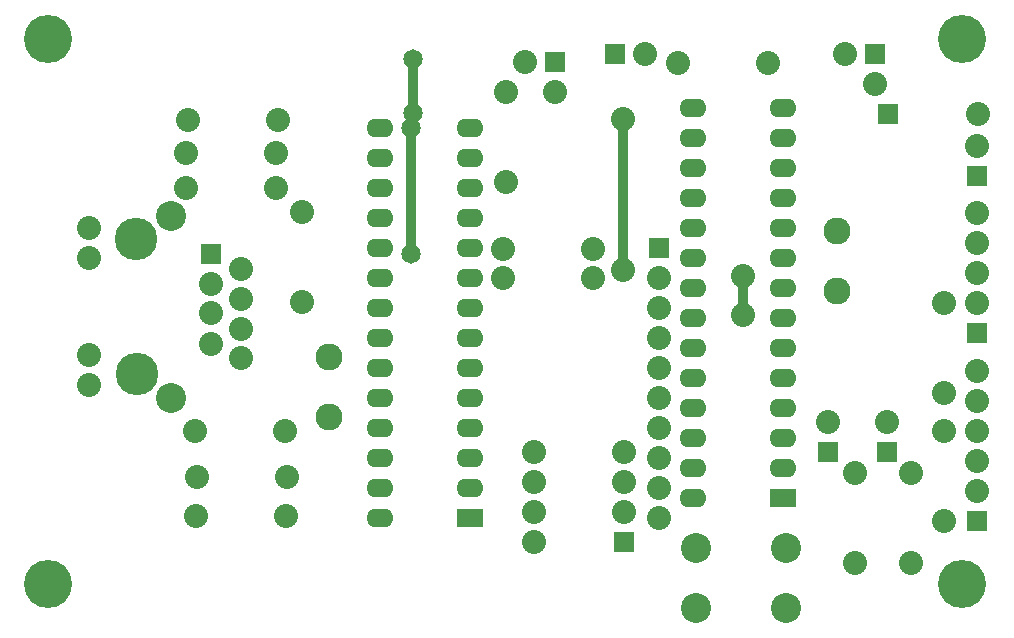
<source format=gtl>
G04 (created by PCBNEW-RS274X (2011-12-21 BZR 3253)-stable) date Saturday, February 11, 2012 02:53:21 PM*
G01*
G70*
G90*
%MOIN*%
G04 Gerber Fmt 3.4, Leading zero omitted, Abs format*
%FSLAX34Y34*%
G04 APERTURE LIST*
%ADD10C,0.006000*%
%ADD11R,0.070000X0.070000*%
%ADD12C,0.080000*%
%ADD13O,0.090000X0.062000*%
%ADD14R,0.090000X0.062000*%
%ADD15C,0.090000*%
%ADD16C,0.160000*%
%ADD17C,0.100000*%
%ADD18C,0.141700*%
%ADD19C,0.065000*%
%ADD20C,0.034000*%
G04 APERTURE END LIST*
G54D10*
G54D11*
X70000Y-31900D03*
G54D12*
X73000Y-31900D03*
G54D13*
X66500Y-43700D03*
X66500Y-42700D03*
X66500Y-41700D03*
X66500Y-40700D03*
X66500Y-39700D03*
X66500Y-38700D03*
X66500Y-37700D03*
X66500Y-36700D03*
X66500Y-35700D03*
X66500Y-34700D03*
X66500Y-33700D03*
X66500Y-32700D03*
X66500Y-31700D03*
G54D14*
X66500Y-44700D03*
G54D13*
X63500Y-31700D03*
X63500Y-32700D03*
X63500Y-33700D03*
X63500Y-34700D03*
X63500Y-35700D03*
X63500Y-36700D03*
X63500Y-37700D03*
X63500Y-38700D03*
X63500Y-39700D03*
X63500Y-40700D03*
X63500Y-41700D03*
X63500Y-42700D03*
X63500Y-43700D03*
X63500Y-44700D03*
X56050Y-44350D03*
X56050Y-43350D03*
X56050Y-42350D03*
X56050Y-41350D03*
X56050Y-40350D03*
X56050Y-39350D03*
X56050Y-38350D03*
X56050Y-37350D03*
X56050Y-36350D03*
X56050Y-35350D03*
X56050Y-34350D03*
X56050Y-33350D03*
X56050Y-32350D03*
G54D14*
X56050Y-45350D03*
G54D13*
X53050Y-32350D03*
X53050Y-33350D03*
X53050Y-34350D03*
X53050Y-35350D03*
X53050Y-36350D03*
X53050Y-37350D03*
X53050Y-38350D03*
X53050Y-39350D03*
X53050Y-40350D03*
X53050Y-41350D03*
X53050Y-42350D03*
X53050Y-43350D03*
X53050Y-44350D03*
X53050Y-45350D03*
G54D15*
X68300Y-37800D03*
X68300Y-35800D03*
X51350Y-42000D03*
X51350Y-40000D03*
G54D12*
X69950Y-42150D03*
G54D11*
X69950Y-43150D03*
G54D12*
X68000Y-42150D03*
G54D11*
X68000Y-43150D03*
G54D12*
X61900Y-29900D03*
G54D11*
X60900Y-29900D03*
G54D12*
X58900Y-31150D03*
G54D11*
X58900Y-30150D03*
G54D12*
X57900Y-30150D03*
X69550Y-30900D03*
G54D11*
X69550Y-29900D03*
G54D12*
X68550Y-29900D03*
X71850Y-41200D03*
X71850Y-38200D03*
X57250Y-31150D03*
X57250Y-34150D03*
X68900Y-46850D03*
X68900Y-43850D03*
X46925Y-45275D03*
X49925Y-45275D03*
X50450Y-38150D03*
X50450Y-35150D03*
X70750Y-46850D03*
X70750Y-43850D03*
X46600Y-33200D03*
X49600Y-33200D03*
X46600Y-34350D03*
X49600Y-34350D03*
X66000Y-30200D03*
X63000Y-30200D03*
X60150Y-36400D03*
X57150Y-36400D03*
X60150Y-37350D03*
X57150Y-37350D03*
X71850Y-42450D03*
X71850Y-45450D03*
X49900Y-42450D03*
X46900Y-42450D03*
X46950Y-44000D03*
X49950Y-44000D03*
X46650Y-32100D03*
X49650Y-32100D03*
G54D11*
X62350Y-36350D03*
G54D12*
X62350Y-37350D03*
X62350Y-38350D03*
X62350Y-39350D03*
X62350Y-40350D03*
X62350Y-41350D03*
X62350Y-42350D03*
X62350Y-43350D03*
X62350Y-44350D03*
X62350Y-45350D03*
G54D11*
X72950Y-33950D03*
G54D12*
X72950Y-32950D03*
G54D11*
X72950Y-39200D03*
G54D12*
X72950Y-38200D03*
X72950Y-37200D03*
X72950Y-36200D03*
X72950Y-35200D03*
G54D11*
X72950Y-45450D03*
G54D12*
X72950Y-44450D03*
X72950Y-43450D03*
X72950Y-42450D03*
X72950Y-41450D03*
X72950Y-40450D03*
G54D11*
X61200Y-46150D03*
G54D12*
X61200Y-45150D03*
X61200Y-44150D03*
X61200Y-43150D03*
X58200Y-43150D03*
X58200Y-44150D03*
X58200Y-45150D03*
X58200Y-46150D03*
G54D16*
X72450Y-29400D03*
X72450Y-47550D03*
X42000Y-47550D03*
X42000Y-29400D03*
G54D17*
X63600Y-48350D03*
X63600Y-46350D03*
X66600Y-48350D03*
X66600Y-46350D03*
G54D18*
X44948Y-40544D03*
X44929Y-36056D03*
G54D11*
X47429Y-36568D03*
G54D12*
X48433Y-37040D03*
X47429Y-37552D03*
X48433Y-38064D03*
X47429Y-38536D03*
X48433Y-39048D03*
X47429Y-39560D03*
X48433Y-40032D03*
X43354Y-35682D03*
X43354Y-36686D03*
X43354Y-39914D03*
X43354Y-40918D03*
G54D17*
X46110Y-35288D03*
X46110Y-41351D03*
G54D19*
X54150Y-31850D03*
X54100Y-32350D03*
X54100Y-36550D03*
X54150Y-30050D03*
G54D12*
X65150Y-37300D03*
X65150Y-38600D03*
X61150Y-37100D03*
X61150Y-32050D03*
G54D20*
X54100Y-36550D02*
X54100Y-32350D01*
X54150Y-31850D02*
X54150Y-30050D01*
X65150Y-37300D02*
X65150Y-38600D01*
X61150Y-37100D02*
X61150Y-32050D01*
M02*

</source>
